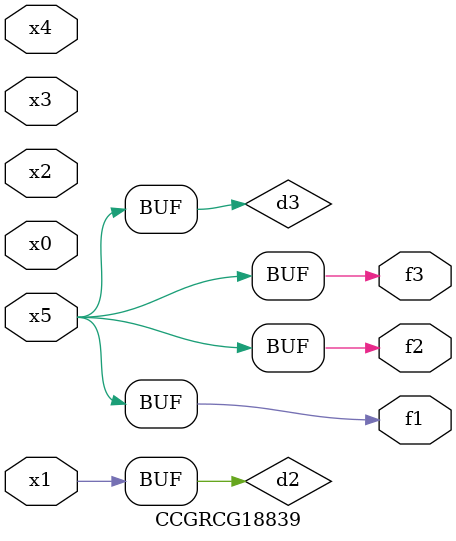
<source format=v>
module CCGRCG18839(
	input x0, x1, x2, x3, x4, x5,
	output f1, f2, f3
);

	wire d1, d2, d3;

	not (d1, x5);
	or (d2, x1);
	xnor (d3, d1);
	assign f1 = d3;
	assign f2 = d3;
	assign f3 = d3;
endmodule

</source>
